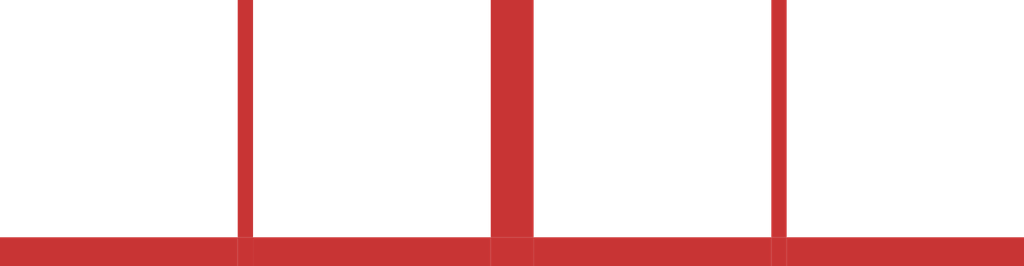
<source format=kicad_pcb>
# Generated by Qucs-RFlayout from : 2. Microstrip Implementation.sch

(kicad_pcb (version 0) (host pcbnew 0.0.0)

  (general
    (thickness 1.6)
    (drawings 0)
    (tracks 0)
    (zones 0)
    (modules 0)
    (nets 1)
  )

  (page A4)
  (layers
    (0 F.Cu signal)
    (31 B.Cu signal)
    (32 B.Adhes user)
    (33 F.Adhes user)
    (34 B.Paste user)
    (35 F.Paste user)
    (36 B.SilkS user)
    (37 F.SilkS user)
    (38 B.Mask user)
    (39 F.Mask user)
    (40 Dwgs.User user)
    (41 Cmts.User user)
    (42 Eco1.User user)
    (43 Eco2.User user)
    (44 Edge.Cuts user)
    (45 Margin user)
    (46 B.CrtYd user)
    (47 F.CrtYd user)
    (48 B.Fab user)
    (49 F.Fab user)
  )

  (setup
    (last_trace_width 0.25)
    (trace_clearance 0.2)
    (zone_clearance 0.508)
    (zone_45_only no)
    (trace_min 0.2)
    (segment_width 0.2)
    (edge_width 0.15)
    (via_size 0.8)
    (via_drill 0.4)
    (via_min_size 0.4)
    (via_min_drill 0.3)
    (uvia_size 0.3)
    (uvia_drill 0.1)
    (uvias_allowed no)
    (uvia_min_size 0.2)
    (uvia_min_drill 0.1)
    (pcb_text_width 0.3)
    (pcb_text_size 1.5 1.5)
    (mod_edge_width 0.15)
    (mod_text_size 1 1)
    (mod_text_width 0.15)
    (pad_size 1.524 1.524)
    (pad_drill 0.762)
    (pad_to_mask_clearance 0.051)
    (solder_mask_min_width 0.25)
    (aux_axis_origin 0 0)
    (visible_elements FFFFFF7F)
    (pcbplotparams
      (layerselection 0x010fc_ffffffff)
      (usegerberextensions false)
      (usegerberattributes false)
      (usegerberadvancedattributes false)
      (creategerberjobfile false)
      (excludeedgelayer true)
      (linewidth 0.150000)
      (plotframeref false)
      (viasonmask false)
      (mode 1)
      (useauxorigin false)
      (hpglpennumber 1)
      (hpglpenspeed 20)
      (hpglpendiameter 15.000000)
      (psnegative false)
      (psa4output false)
      (plotreference true)
      (plotvalue true)
      (plotinvisibletext false)
      (padsonsilk false)
      (subtractmaskfromsilk false)
      (outputformat 1)
      (mirror false)
      (drillshape 1)
      (scaleselection 1)
      (outputdirectory ""))
  )

  (net 0 "")

  (net_class Default "This is the default net class."
    (clearance 0.2)
    (trace_width 0.25)
    (via_dia 0.8)
    (via_drill 0.4)
    (uvia_dia 0.3)
    (uvia_drill 0.1)
  )

  (module MLIN (layer F.Cu) (tedit 0) (tstamp 0)
    (at 14.7326 19.6552 0)
    (fp_text reference MS1 (at 0 0.5) (layer F.SilkS) hide
      (effects (font (size 0.25 0.25) (thickness 0.05)))
    )
    (fp_text value microstrip_line (at 0 -0.5) (layer F.Fab) hide
      (effects (font (size 0.25 0.25) (thickness 0.05)))
    )
    (fp_poly (pts
      (xy -4.4726 0.55)
      (xy 4.4726 0.55)
      (xy 4.4726 -0.55)
      (xy -4.4726 -0.55)
      ) (layer F.Cu) (width 0)
    )
  )

  (module MLIN (layer F.Cu) (tedit 0) (tstamp 0)
    (at 24.2543 19.6552 0)
    (fp_text reference MS3 (at 0 0.5) (layer F.SilkS) hide
      (effects (font (size 0.25 0.25) (thickness 0.05)))
    )
    (fp_text value microstrip_line (at 0 -0.5) (layer F.Fab) hide
      (effects (font (size 0.25 0.25) (thickness 0.05)))
    )
    (fp_poly (pts
      (xy -4.4726 0.55)
      (xy 4.4726 0.55)
      (xy 4.4726 -0.55)
      (xy -4.4726 -0.55)
      ) (layer F.Cu) (width 0)
    )
  )

  (module MLIN (layer F.Cu) (tedit 0) (tstamp 0)
    (at 34.8115 19.6552 0)
    (fp_text reference MS5 (at 0 0.5) (layer F.SilkS) hide
      (effects (font (size 0.25 0.25) (thickness 0.05)))
    )
    (fp_text value microstrip_line (at 0 -0.5) (layer F.Fab) hide
      (effects (font (size 0.25 0.25) (thickness 0.05)))
    )
    (fp_poly (pts
      (xy -4.4726 0.55)
      (xy 4.4726 0.55)
      (xy 4.4726 -0.55)
      (xy -4.4726 -0.55)
      ) (layer F.Cu) (width 0)
    )
  )

  (module MLIN (layer F.Cu) (tedit 0) (tstamp 0)
    (at 19.4934 14.6326 270)
    (fp_text reference MS2 (at 0 0.5) (layer F.SilkS) hide
      (effects (font (size 0.25 0.25) (thickness 0.05)))
    )
    (fp_text value microstrip_line (at 0 -0.5) (layer F.Fab) hide
      (effects (font (size 0.25 0.25) (thickness 0.05)))
    )
    (fp_poly (pts
      (xy -4.4726 0.288241)
      (xy 4.4726 0.288241)
      (xy 4.4726 -0.288241)
      (xy -4.4726 -0.288241)
      ) (layer F.Cu) (width 0)
    )
  )

  (module MLIN (layer F.Cu) (tedit 0) (tstamp 0)
    (at 29.5329 14.6326 270)
    (fp_text reference MS4 (at 0 0.5) (layer F.SilkS) hide
      (effects (font (size 0.25 0.25) (thickness 0.05)))
    )
    (fp_text value microstrip_line (at 0 -0.5) (layer F.Fab) hide
      (effects (font (size 0.25 0.25) (thickness 0.05)))
    )
    (fp_poly (pts
      (xy -4.4726 0.806015)
      (xy 4.4726 0.806015)
      (xy 4.4726 -0.806015)
      (xy -4.4726 -0.806015)
      ) (layer F.Cu) (width 0)
    )
  )

  (module MLIN (layer F.Cu) (tedit 0) (tstamp 0)
    (at 39.5724 14.6326 90)
    (fp_text reference MS6 (at 0 0.5) (layer F.SilkS) hide
      (effects (font (size 0.25 0.25) (thickness 0.05)))
    )
    (fp_text value microstrip_line (at 0 -0.5) (layer F.Fab) hide
      (effects (font (size 0.25 0.25) (thickness 0.05)))
    )
    (fp_poly (pts
      (xy -4.4726 0.288241)
      (xy 4.4726 0.288241)
      (xy 4.4726 -0.288241)
      (xy -4.4726 -0.288241)
      ) (layer F.Cu) (width 0)
    )
  )

  (module MLIN (layer F.Cu) (tedit 0) (tstamp 0)
    (at 44.3332 19.6552 0)
    (fp_text reference MS7 (at 0 0.5) (layer F.SilkS) hide
      (effects (font (size 0.25 0.25) (thickness 0.05)))
    )
    (fp_text value microstrip_line (at 0 -0.5) (layer F.Fab) hide
      (effects (font (size 0.25 0.25) (thickness 0.05)))
    )
    (fp_poly (pts
      (xy -4.4726 0.55)
      (xy 4.4726 0.55)
      (xy 4.4726 -0.55)
      (xy -4.4726 -0.55)
      ) (layer F.Cu) (width 0)
    )
  )

  (module MTEE (layer F.Cu) (tedit 0) (tstamp 0)
    (at 19.4934 19.6552 180)
    (fp_text reference MS8 (at 0 0.5) (layer F.SilkS) hide
      (effects (font (size 0.25 0.25) (thickness 0.05)))
    )
    (fp_text value microstrip_tee (at 0 -0.5) (layer F.Fab) hide
      (effects (font (size 0.25 0.25) (thickness 0.05)))
    )
    (fp_poly (pts
      (xy -0.288241 0.55)
      (xy 0.288241 0.55)
      (xy 0.288241 -0.55)
      (xy 0 -0.55)
      (xy 0 -0.55)
      (xy -0.288241 -0.55)
      ) (layer F.Cu) (width 0)
    )
  )

  (module MTEE (layer F.Cu) (tedit 0) (tstamp 0)
    (at 39.5724 19.6552 180)
    (fp_text reference MS9 (at 0 0.5) (layer F.SilkS) hide
      (effects (font (size 0.25 0.25) (thickness 0.05)))
    )
    (fp_text value microstrip_tee (at 0 -0.5) (layer F.Fab) hide
      (effects (font (size 0.25 0.25) (thickness 0.05)))
    )
    (fp_poly (pts
      (xy -0.288241 0.55)
      (xy 0.288241 0.55)
      (xy 0.288241 -0.55)
      (xy 0 -0.55)
      (xy 0 -0.55)
      (xy -0.288241 -0.55)
      ) (layer F.Cu) (width 0)
    )
  )

  (module MTEE (layer F.Cu) (tedit 0) (tstamp 0)
    (at 29.5329 19.6552 180)
    (fp_text reference MS10 (at 0 0.5) (layer F.SilkS) hide
      (effects (font (size 0.25 0.25) (thickness 0.05)))
    )
    (fp_text value microstrip_tee (at 0 -0.5) (layer F.Fab) hide
      (effects (font (size 0.25 0.25) (thickness 0.05)))
    )
    (fp_poly (pts
      (xy -0.806015 0.55)
      (xy 0.806015 0.55)
      (xy 0.806015 -0.55)
      (xy 0 -0.55)
      (xy 0 -0.55)
      (xy -0.806015 -0.55)
      ) (layer F.Cu) (width 0)
    )
  )

)

</source>
